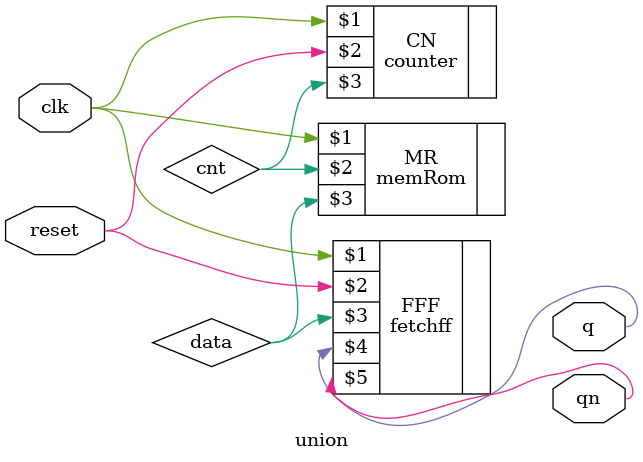
<source format=v>
module union(input clk, reset, output wire q, qn);

// Unimos el contador, fletch y memoria rom

	memRom MR(clk, cnt, data);
	counter CN(clk, reset, cnt);
	fetchff FFF(clk, reset, data, q, qn);

endmodule
</source>
